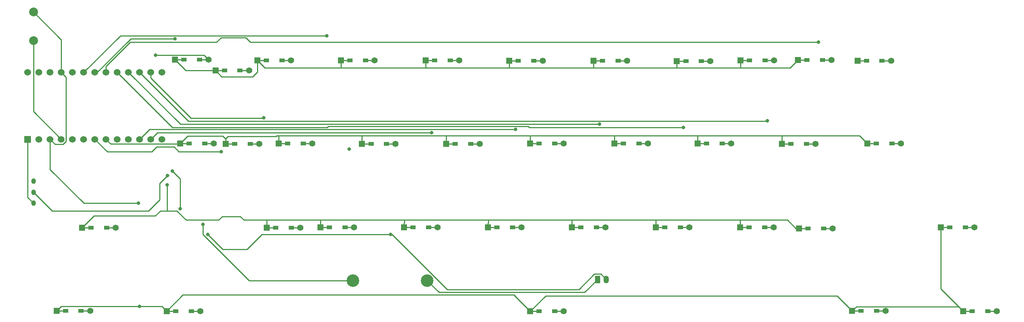
<source format=gbr>
G04 #@! TF.GenerationSoftware,KiCad,Pcbnew,7.0.8*
G04 #@! TF.CreationDate,2024-08-20T17:03:01+09:00*
G04 #@! TF.ProjectId,tacash36,74616361-7368-4333-962e-6b696361645f,rev?*
G04 #@! TF.SameCoordinates,Original*
G04 #@! TF.FileFunction,Copper,L1,Top*
G04 #@! TF.FilePolarity,Positive*
%FSLAX46Y46*%
G04 Gerber Fmt 4.6, Leading zero omitted, Abs format (unit mm)*
G04 Created by KiCad (PCBNEW 7.0.8) date 2024-08-20 17:03:01*
%MOMM*%
%LPD*%
G01*
G04 APERTURE LIST*
G04 Aperture macros list*
%AMRoundRect*
0 Rectangle with rounded corners*
0 $1 Rounding radius*
0 $2 $3 $4 $5 $6 $7 $8 $9 X,Y pos of 4 corners*
0 Add a 4 corners polygon primitive as box body*
4,1,4,$2,$3,$4,$5,$6,$7,$8,$9,$2,$3,0*
0 Add four circle primitives for the rounded corners*
1,1,$1+$1,$2,$3*
1,1,$1+$1,$4,$5*
1,1,$1+$1,$6,$7*
1,1,$1+$1,$8,$9*
0 Add four rect primitives between the rounded corners*
20,1,$1+$1,$2,$3,$4,$5,0*
20,1,$1+$1,$4,$5,$6,$7,0*
20,1,$1+$1,$6,$7,$8,$9,0*
20,1,$1+$1,$8,$9,$2,$3,0*%
G04 Aperture macros list end*
G04 #@! TA.AperFunction,ComponentPad*
%ADD10R,1.397000X1.397000*%
G04 #@! TD*
G04 #@! TA.AperFunction,SMDPad,CuDef*
%ADD11R,1.300000X0.950000*%
G04 #@! TD*
G04 #@! TA.AperFunction,ComponentPad*
%ADD12C,1.397000*%
G04 #@! TD*
G04 #@! TA.AperFunction,ComponentPad*
%ADD13O,1.000000X1.300000*%
G04 #@! TD*
G04 #@! TA.AperFunction,ComponentPad*
%ADD14C,1.524000*%
G04 #@! TD*
G04 #@! TA.AperFunction,ComponentPad*
%ADD15R,1.524000X1.524000*%
G04 #@! TD*
G04 #@! TA.AperFunction,ComponentPad*
%ADD16RoundRect,0.250000X-0.350000X-0.625000X0.350000X-0.625000X0.350000X0.625000X-0.350000X0.625000X0*%
G04 #@! TD*
G04 #@! TA.AperFunction,ComponentPad*
%ADD17O,1.200000X1.750000*%
G04 #@! TD*
G04 #@! TA.AperFunction,ComponentPad*
%ADD18C,2.000000*%
G04 #@! TD*
G04 #@! TA.AperFunction,ComponentPad*
%ADD19C,2.850000*%
G04 #@! TD*
G04 #@! TA.AperFunction,ViaPad*
%ADD20C,0.800000*%
G04 #@! TD*
G04 #@! TA.AperFunction,Conductor*
%ADD21C,0.250000*%
G04 #@! TD*
G04 APERTURE END LIST*
D10*
X36410000Y-46420000D03*
D11*
X38445000Y-46420000D03*
X41995000Y-46420000D03*
D12*
X44030000Y-46420000D03*
D10*
X-5440000Y-46420000D03*
D11*
X-3405000Y-46420000D03*
X145000Y-46420000D03*
D12*
X2180000Y-46420000D03*
D10*
X105690000Y-46310000D03*
D11*
X107725000Y-46310000D03*
X111275000Y-46310000D03*
D12*
X113310000Y-46310000D03*
D10*
X124740000Y-46330000D03*
D11*
X126775000Y-46330000D03*
X130325000Y-46330000D03*
D12*
X132360000Y-46330000D03*
D10*
X157220000Y-46540000D03*
D11*
X159255000Y-46540000D03*
X162805000Y-46540000D03*
D12*
X164840000Y-46540000D03*
D10*
X24800000Y-10660000D03*
D11*
X26835000Y-10660000D03*
X30385000Y-10660000D03*
D12*
X32420000Y-10660000D03*
D10*
X58070000Y-27380000D03*
D11*
X60105000Y-27380000D03*
X63655000Y-27380000D03*
D12*
X65690000Y-27380000D03*
D10*
X169320000Y-65280000D03*
D11*
X171355000Y-65280000D03*
X174905000Y-65280000D03*
D12*
X176940000Y-65280000D03*
D10*
X27110000Y-27310000D03*
D11*
X29145000Y-27310000D03*
X32695000Y-27310000D03*
D12*
X34730000Y-27310000D03*
D10*
X16825000Y-27230000D03*
D11*
X18860000Y-27230000D03*
X22410000Y-27230000D03*
D12*
X24445000Y-27230000D03*
D10*
X170510000Y-8440000D03*
D11*
X172545000Y-8440000D03*
X176095000Y-8440000D03*
D12*
X178130000Y-8440000D03*
D10*
X115320000Y-27230000D03*
D11*
X117355000Y-27230000D03*
X120905000Y-27230000D03*
D12*
X122940000Y-27230000D03*
D10*
X143950000Y-8350000D03*
D11*
X145985000Y-8350000D03*
X149535000Y-8350000D03*
D12*
X151570000Y-8350000D03*
D13*
X-16460000Y-40840000D03*
X-16460000Y-38340000D03*
X-16460000Y-35840000D03*
D10*
X53290000Y-8360000D03*
D11*
X55325000Y-8360000D03*
X58875000Y-8360000D03*
D12*
X60910000Y-8360000D03*
D10*
X15645000Y-8240000D03*
D11*
X17680000Y-8240000D03*
X21230000Y-8240000D03*
D12*
X23265000Y-8240000D03*
D10*
X96230000Y-27250000D03*
D11*
X98265000Y-27250000D03*
X101815000Y-27250000D03*
D12*
X103850000Y-27250000D03*
D14*
X-15260000Y-11067200D03*
X-12720000Y-11067200D03*
X-10180000Y-11067200D03*
X-7640000Y-11067200D03*
X-5100000Y-11067200D03*
X-2560000Y-11067200D03*
X-20000Y-11067200D03*
X2520000Y-11067200D03*
X5060000Y-11067200D03*
X7600000Y-11067200D03*
X10140000Y-11067200D03*
X12680000Y-11067200D03*
X12680000Y-26287200D03*
X10140000Y-26287200D03*
X7600000Y-26287200D03*
X5060000Y-26287200D03*
X2520000Y-26287200D03*
X-20000Y-26287200D03*
X-2560000Y-26287200D03*
X-5100000Y-26287200D03*
X-7640000Y-26287200D03*
X-10180000Y-26287200D03*
X-12720000Y-26287200D03*
X-15260000Y-26287200D03*
D15*
X-17800000Y-26287200D03*
D14*
X-17800000Y-11067200D03*
D10*
X91460000Y-8450000D03*
D11*
X93495000Y-8450000D03*
X97045000Y-8450000D03*
D12*
X99080000Y-8450000D03*
D10*
X96250000Y-65370000D03*
D11*
X98285000Y-65370000D03*
X101835000Y-65370000D03*
D12*
X103870000Y-65370000D03*
D10*
X13710000Y-65320000D03*
D11*
X15745000Y-65320000D03*
X19295000Y-65320000D03*
D12*
X21330000Y-65320000D03*
D10*
X129530000Y-8540000D03*
D11*
X131565000Y-8540000D03*
X135115000Y-8540000D03*
D12*
X137150000Y-8540000D03*
D10*
X34340000Y-8360000D03*
D11*
X36375000Y-8360000D03*
X39925000Y-8360000D03*
D12*
X41960000Y-8360000D03*
D10*
X153380000Y-27350000D03*
D11*
X155415000Y-27350000D03*
X158965000Y-27350000D03*
D12*
X161000000Y-27350000D03*
D10*
X172745000Y-27270000D03*
D11*
X174780000Y-27270000D03*
X178330000Y-27270000D03*
D12*
X180365000Y-27270000D03*
D10*
X110610000Y-8480000D03*
D11*
X112645000Y-8480000D03*
X116195000Y-8480000D03*
D12*
X118230000Y-8480000D03*
D10*
X39140000Y-27230000D03*
D11*
X41175000Y-27230000D03*
X44725000Y-27230000D03*
D12*
X46760000Y-27230000D03*
D10*
X134230000Y-27260000D03*
D11*
X136265000Y-27260000D03*
X139815000Y-27260000D03*
D12*
X141850000Y-27260000D03*
D10*
X143850000Y-46340000D03*
D11*
X145885000Y-46340000D03*
X149435000Y-46340000D03*
D12*
X151470000Y-46340000D03*
D10*
X189430000Y-46320000D03*
D11*
X191465000Y-46320000D03*
X195015000Y-46320000D03*
D12*
X197050000Y-46320000D03*
D10*
X-11270000Y-65290000D03*
D11*
X-9235000Y-65290000D03*
X-5685000Y-65290000D03*
D12*
X-3650000Y-65290000D03*
D10*
X157040000Y-8250000D03*
D11*
X159075000Y-8250000D03*
X162625000Y-8250000D03*
D12*
X164660000Y-8250000D03*
D10*
X194510000Y-65340000D03*
D11*
X196545000Y-65340000D03*
X200095000Y-65340000D03*
D12*
X202130000Y-65340000D03*
D10*
X67630000Y-46310000D03*
D11*
X69665000Y-46310000D03*
X73215000Y-46310000D03*
D12*
X75250000Y-46310000D03*
D10*
X72500000Y-8400000D03*
D11*
X74535000Y-8400000D03*
X78085000Y-8400000D03*
D12*
X80120000Y-8400000D03*
D10*
X48670000Y-46320000D03*
D11*
X50705000Y-46320000D03*
X54255000Y-46320000D03*
D12*
X56290000Y-46320000D03*
D16*
X111520000Y-58130000D03*
D17*
X113520000Y-58130000D03*
D10*
X77140000Y-27380000D03*
D11*
X79175000Y-27380000D03*
X82725000Y-27380000D03*
D12*
X84760000Y-27380000D03*
D18*
X-16500000Y-3890000D03*
X-16500000Y2610000D03*
D10*
X86670000Y-46300000D03*
D11*
X88705000Y-46300000D03*
X92255000Y-46300000D03*
D12*
X94290000Y-46300000D03*
D19*
X55980000Y-58380000D03*
X72880000Y-58380000D03*
D20*
X15620000Y-3480000D03*
X13860000Y-36670000D03*
X16810000Y-42110000D03*
X7570000Y-64271593D03*
X15010000Y-33510000D03*
X26086500Y-29120000D03*
X35777500Y-21420000D03*
X55110000Y-28560000D03*
X50065000Y-2760000D03*
X73877500Y-24775500D03*
X92927500Y-24060000D03*
X111977500Y-22869500D03*
X131027500Y-23630000D03*
X150077500Y-22100000D03*
X161650000Y-4210000D03*
X23050000Y-47920000D03*
X64540000Y-47890000D03*
X7300000Y-40830000D03*
X11240500Y-7200135D03*
X13880000Y-34550000D03*
X22000000Y-45650000D03*
D21*
X23050000Y-47920000D02*
X26450000Y-51320000D01*
X26450000Y-51320000D02*
X31940000Y-51320000D01*
X35340000Y-47920000D02*
X64510000Y-47920000D01*
X31940000Y-51320000D02*
X35340000Y-47920000D01*
X64510000Y-47920000D02*
X64540000Y-47890000D01*
X34340000Y-8360000D02*
X34340000Y-10990000D01*
X129410000Y-10070000D02*
X129530000Y-10070000D01*
X-2560000Y-11067200D02*
X-2560000Y-11632201D01*
X33235000Y-12095000D02*
X26235000Y-12095000D01*
X26235000Y-12095000D02*
X24800000Y-10660000D01*
X110710000Y-10070000D02*
X129410000Y-10070000D01*
X143970000Y-10070000D02*
X129410000Y-10070000D01*
X53290000Y-8360000D02*
X53290000Y-10010000D01*
X129530000Y-8540000D02*
X131565000Y-8540000D01*
X72500000Y-9890000D02*
X72680000Y-10070000D01*
X91460000Y-8450000D02*
X93495000Y-8450000D01*
X129530000Y-8540000D02*
X129530000Y-10070000D01*
X143950000Y-8350000D02*
X143950000Y-10050000D01*
X5592201Y-3480000D02*
X15620000Y-3480000D01*
X34340000Y-10990000D02*
X33235000Y-12095000D01*
X34340000Y-8360000D02*
X36050000Y-10070000D01*
X53290000Y-10010000D02*
X53350000Y-10070000D01*
X18065000Y-10660000D02*
X24800000Y-10660000D01*
X34340000Y-8360000D02*
X36375000Y-8360000D01*
X53350000Y-10070000D02*
X72680000Y-10070000D01*
X143950000Y-10050000D02*
X143970000Y-10070000D01*
X143950000Y-8350000D02*
X145985000Y-8350000D01*
X110610000Y-9970000D02*
X110710000Y-10070000D01*
X110610000Y-8480000D02*
X110610000Y-9970000D01*
X72500000Y-8400000D02*
X74535000Y-8400000D01*
X53290000Y-8360000D02*
X55325000Y-8360000D01*
X91460000Y-10000000D02*
X91530000Y-10070000D01*
X91530000Y-10070000D02*
X110710000Y-10070000D01*
X36050000Y-10070000D02*
X53350000Y-10070000D01*
X110610000Y-8480000D02*
X112645000Y-8480000D01*
X24800000Y-10660000D02*
X26835000Y-10660000D01*
X155220000Y-10070000D02*
X143970000Y-10070000D01*
X157040000Y-8250000D02*
X155220000Y-10070000D01*
X72680000Y-10070000D02*
X91530000Y-10070000D01*
X72500000Y-8400000D02*
X72500000Y-9890000D01*
X157040000Y-8250000D02*
X159075000Y-8250000D01*
X-2560000Y-11632201D02*
X5592201Y-3480000D01*
X15645000Y-8240000D02*
X17680000Y-8240000D01*
X15645000Y-8240000D02*
X18065000Y-10660000D01*
X91460000Y-8450000D02*
X91460000Y-10000000D01*
X134230000Y-27260000D02*
X136265000Y-27260000D01*
X96230000Y-25540000D02*
X96270000Y-25500000D01*
X58070000Y-25530000D02*
X58100000Y-25500000D01*
X77140000Y-25510000D02*
X77130000Y-25500000D01*
X39140000Y-27230000D02*
X39140000Y-25510000D01*
X16680800Y-27374200D02*
X16825000Y-27230000D01*
X170975000Y-25500000D02*
X153380000Y-25500000D01*
X38720000Y-25500000D02*
X38580000Y-25640000D01*
X39280000Y-25500000D02*
X38720000Y-25500000D01*
X115320000Y-27230000D02*
X117355000Y-27230000D01*
X172745000Y-27270000D02*
X170975000Y-25500000D01*
X16825000Y-27230000D02*
X18860000Y-27230000D01*
X172745000Y-27270000D02*
X174780000Y-27270000D01*
X77130000Y-25500000D02*
X58100000Y-25500000D01*
X153380000Y-25500000D02*
X134240000Y-25500000D01*
X153380000Y-27350000D02*
X153380000Y-25500000D01*
X96270000Y-25500000D02*
X77130000Y-25500000D01*
X77140000Y-27380000D02*
X77140000Y-25510000D01*
X115300000Y-25500000D02*
X96270000Y-25500000D01*
X96230000Y-27250000D02*
X98265000Y-27250000D01*
X27110000Y-26221593D02*
X27100000Y-26211593D01*
X58100000Y-25500000D02*
X39280000Y-25500000D01*
X96230000Y-27250000D02*
X96230000Y-25540000D01*
X115320000Y-27230000D02*
X115320000Y-25520000D01*
X58070000Y-27380000D02*
X58070000Y-25530000D01*
X115320000Y-25520000D02*
X115300000Y-25500000D01*
X18475000Y-25580000D02*
X26468407Y-25580000D01*
X39280000Y-25500000D02*
X39130000Y-25500000D01*
X16825000Y-27230000D02*
X18475000Y-25580000D01*
X39140000Y-27230000D02*
X41175000Y-27230000D01*
X134230000Y-25510000D02*
X134240000Y-25500000D01*
X27110000Y-27310000D02*
X29145000Y-27310000D01*
X27100000Y-26211593D02*
X27140000Y-26211593D01*
X134240000Y-25500000D02*
X115300000Y-25500000D01*
X58070000Y-27380000D02*
X60105000Y-27380000D01*
X134230000Y-27260000D02*
X134230000Y-25510000D01*
X26468407Y-25580000D02*
X27100000Y-26211593D01*
X-20000Y-26287200D02*
X1067000Y-27374200D01*
X27670000Y-25640000D02*
X38580000Y-25640000D01*
X27110000Y-27310000D02*
X27110000Y-26221593D01*
X39140000Y-25510000D02*
X39130000Y-25500000D01*
X27140000Y-26211593D02*
X27140000Y-26170000D01*
X27140000Y-26170000D02*
X27670000Y-25640000D01*
X153380000Y-27350000D02*
X155415000Y-27350000D01*
X1067000Y-27374200D02*
X16680800Y-27374200D01*
X77140000Y-27380000D02*
X79175000Y-27380000D01*
X48670000Y-46320000D02*
X50705000Y-46320000D01*
X86670000Y-46300000D02*
X86670000Y-45301593D01*
X48700000Y-44640000D02*
X36440000Y-44640000D01*
X124750000Y-44640000D02*
X124850000Y-44640000D01*
X26330000Y-43810000D02*
X30460000Y-43810000D01*
X124740000Y-46330000D02*
X124740000Y-44650000D01*
X124740000Y-46330000D02*
X126775000Y-46330000D01*
X36410000Y-46420000D02*
X38445000Y-46420000D01*
X86670000Y-45301593D02*
X86710000Y-45261593D01*
X16060000Y-42550000D02*
X18150000Y-44640000D01*
X25500000Y-44640000D02*
X26330000Y-43810000D01*
X105690000Y-45311593D02*
X105660000Y-45281593D01*
X86670000Y-46300000D02*
X88705000Y-46300000D01*
X48670000Y-44670000D02*
X48700000Y-44640000D01*
X157220000Y-46540000D02*
X159255000Y-46540000D01*
X13860000Y-42550000D02*
X16060000Y-42550000D01*
X67680000Y-45251593D02*
X67680000Y-44640000D01*
X86710000Y-45261593D02*
X86710000Y-44640000D01*
X13860000Y-42550000D02*
X12310000Y-42550000D01*
X105690000Y-44640000D02*
X124750000Y-44640000D01*
X145885000Y-46340000D02*
X143850000Y-46340000D01*
X105690000Y-46310000D02*
X105690000Y-45311593D01*
X12310000Y-42550000D02*
X11140000Y-43720000D01*
X105690000Y-46310000D02*
X107725000Y-46310000D01*
X11140000Y-43720000D02*
X-2740000Y-43720000D01*
X105660000Y-45281593D02*
X105690000Y-45251593D01*
X154621500Y-44640000D02*
X143700000Y-44640000D01*
X67680000Y-44640000D02*
X86710000Y-44640000D01*
X48670000Y-46320000D02*
X48670000Y-44670000D01*
X143850000Y-46340000D02*
X143850000Y-44690000D01*
X18150000Y-44640000D02*
X25500000Y-44640000D01*
X30460000Y-43810000D02*
X31290000Y-44640000D01*
X36410000Y-44670000D02*
X36440000Y-44640000D01*
X157220000Y-46540000D02*
X156521500Y-46540000D01*
X86710000Y-44640000D02*
X105690000Y-44640000D01*
X67630000Y-46310000D02*
X69665000Y-46310000D01*
X67630000Y-46310000D02*
X67630000Y-45301593D01*
X67630000Y-45301593D02*
X67680000Y-45251593D01*
X-5440000Y-46420000D02*
X-3405000Y-46420000D01*
X105690000Y-45251593D02*
X105690000Y-44640000D01*
X13860000Y-36670000D02*
X13860000Y-42550000D01*
X-2740000Y-43720000D02*
X-5440000Y-46420000D01*
X36410000Y-46420000D02*
X36410000Y-44670000D01*
X124850000Y-44640000D02*
X143900000Y-44640000D01*
X124740000Y-44650000D02*
X124750000Y-44640000D01*
X156521500Y-46540000D02*
X154621500Y-44640000D01*
X31290000Y-44640000D02*
X36440000Y-44640000D01*
X48700000Y-44640000D02*
X67680000Y-44640000D01*
X7570000Y-64271593D02*
X12661593Y-64271593D01*
X96250000Y-65370000D02*
X98285000Y-65370000D01*
X194510000Y-65340000D02*
X196545000Y-65340000D01*
X169320000Y-65280000D02*
X170298407Y-64301593D01*
X99730000Y-61890000D02*
X165930000Y-61890000D01*
X170298407Y-64301593D02*
X193411593Y-64301593D01*
X170510000Y-8440000D02*
X172545000Y-8440000D01*
X15010000Y-33510000D02*
X16810000Y-35310000D01*
X193441593Y-64271593D02*
X194510000Y-65340000D01*
X189430000Y-60260000D02*
X194510000Y-65340000D01*
X96250000Y-65370000D02*
X92680000Y-61800000D01*
X96250000Y-65370000D02*
X99730000Y-61890000D01*
X16810000Y-35310000D02*
X16810000Y-42110000D01*
X17370000Y-61660000D02*
X92540000Y-61660000D01*
X189430000Y-46320000D02*
X191465000Y-46320000D01*
X-11270000Y-65290000D02*
X-10251593Y-64271593D01*
X-10251593Y-64271593D02*
X7570000Y-64271593D01*
X-11270000Y-65290000D02*
X-9235000Y-65290000D01*
X13710000Y-65320000D02*
X17370000Y-61660000D01*
X193411593Y-64301593D02*
X193441593Y-64271593D01*
X13710000Y-65320000D02*
X15745000Y-65320000D01*
X92540000Y-61660000D02*
X96250000Y-65370000D01*
X165930000Y-61890000D02*
X169320000Y-65280000D01*
X189430000Y-46320000D02*
X189430000Y-60260000D01*
X169320000Y-65280000D02*
X171355000Y-65280000D01*
X12661593Y-64271593D02*
X13710000Y-65320000D01*
X26086500Y-29120000D02*
X16490000Y-29120000D01*
X11470000Y-28050000D02*
X10400000Y-29120000D01*
X15420000Y-28050000D02*
X11470000Y-28050000D01*
X16490000Y-29120000D02*
X15420000Y-28050000D01*
X272800Y-29120000D02*
X-2560000Y-26287200D01*
X10400000Y-29120000D02*
X272800Y-29120000D01*
X10140000Y-12331333D02*
X19283667Y-21475000D01*
X10140000Y-11067200D02*
X10140000Y-12331333D01*
X19283667Y-21475000D02*
X35722500Y-21475000D01*
X35722500Y-21475000D02*
X35777500Y-21420000D01*
X-5100000Y-11067200D02*
X3212200Y-2755000D01*
X3212200Y-2755000D02*
X50060000Y-2755000D01*
X50060000Y-2755000D02*
X50065000Y-2760000D01*
X55110000Y-28560000D02*
X55120000Y-28560000D01*
X11651700Y-24775500D02*
X73877500Y-24775500D01*
X10140000Y-26287200D02*
X11651700Y-24775500D01*
X92918000Y-24050500D02*
X92927500Y-24060000D01*
X7600000Y-26287200D02*
X9836700Y-24050500D01*
X9836700Y-24050500D02*
X92918000Y-24050500D01*
X16862300Y-22869500D02*
X111977500Y-22869500D01*
X5060000Y-11067200D02*
X16862300Y-22869500D01*
X95815000Y-23335000D02*
X96074500Y-23594500D01*
X130992000Y-23594500D02*
X131027500Y-23630000D01*
X50425500Y-23335000D02*
X95815000Y-23335000D01*
X96074500Y-23594500D02*
X130992000Y-23594500D01*
X2520000Y-11067200D02*
X15053300Y-23600500D01*
X15053300Y-23600500D02*
X50160000Y-23600500D01*
X50160000Y-23600500D02*
X50425500Y-23335000D01*
X7600000Y-11067200D02*
X18677800Y-22145000D01*
X18677800Y-22145000D02*
X150032500Y-22145000D01*
X150032500Y-22145000D02*
X150077500Y-22100000D01*
X32690000Y-4247273D02*
X161612727Y-4247273D01*
X-20000Y-11067200D02*
X-20000Y-9728597D01*
X26100000Y-3230000D02*
X31672727Y-3230000D01*
X31672727Y-3230000D02*
X32690000Y-4247273D01*
X26075000Y-3205000D02*
X26100000Y-3230000D01*
X5461324Y-4247273D02*
X25032727Y-4247273D01*
X25032727Y-4247273D02*
X26075000Y-3205000D01*
X-20000Y-9728597D02*
X5461324Y-4247273D01*
X161612727Y-4247273D02*
X161650000Y-4210000D01*
X21330000Y-65320000D02*
X19295000Y-65320000D01*
X112320000Y-56930000D02*
X110800000Y-56930000D01*
X-12720000Y-26287200D02*
X-12720000Y-33160000D01*
X-12720000Y-33160000D02*
X-5050000Y-40830000D01*
X77393153Y-60420000D02*
X64863153Y-47890000D01*
X-9762326Y-27400000D02*
X-11607200Y-27400000D01*
X113520000Y-58130000D02*
X112320000Y-56930000D01*
X-11607200Y-27400000D02*
X-12720000Y-26287200D01*
X110800000Y-56930000D02*
X107310000Y-60420000D01*
X-10180000Y-3710000D02*
X-10180000Y-11067200D01*
X-10180000Y-11067200D02*
X-9093000Y-12154200D01*
X-16500000Y2610000D02*
X-10180000Y-3710000D01*
X-5050000Y-40830000D02*
X7300000Y-40830000D01*
X64863153Y-47890000D02*
X64540000Y-47890000D01*
X-9093000Y-26730674D02*
X-9762326Y-27400000D01*
X107310000Y-60420000D02*
X77393153Y-60420000D01*
X-9093000Y-12154200D02*
X-9093000Y-26730674D01*
X22225135Y-7200135D02*
X23265000Y-8240000D01*
X23265000Y-8240000D02*
X21230000Y-8240000D01*
X11240500Y-7200135D02*
X22225135Y-7200135D01*
X32420000Y-10660000D02*
X30385000Y-10660000D01*
X41960000Y-8360000D02*
X39925000Y-8360000D01*
X60910000Y-8360000D02*
X58875000Y-8360000D01*
X80120000Y-8400000D02*
X78085000Y-8400000D01*
X99080000Y-8450000D02*
X97045000Y-8450000D01*
X118230000Y-8480000D02*
X116195000Y-8480000D01*
X137150000Y-8540000D02*
X135115000Y-8540000D01*
X151570000Y-8350000D02*
X149535000Y-8350000D01*
X164660000Y-8250000D02*
X162625000Y-8250000D01*
X24445000Y-27230000D02*
X22410000Y-27230000D01*
X34730000Y-27310000D02*
X32695000Y-27310000D01*
X46760000Y-27230000D02*
X44725000Y-27230000D01*
X65690000Y-27380000D02*
X63655000Y-27380000D01*
X84760000Y-27380000D02*
X82725000Y-27380000D01*
X103850000Y-27250000D02*
X101815000Y-27250000D01*
X122940000Y-27230000D02*
X120905000Y-27230000D01*
X141850000Y-27260000D02*
X139815000Y-27260000D01*
X161000000Y-27350000D02*
X158965000Y-27350000D01*
X180365000Y-27270000D02*
X178330000Y-27270000D01*
X2180000Y-46420000D02*
X145000Y-46420000D01*
X44030000Y-46420000D02*
X41995000Y-46420000D01*
X56290000Y-46320000D02*
X54255000Y-46320000D01*
X75250000Y-46310000D02*
X73215000Y-46310000D01*
X94290000Y-46300000D02*
X92255000Y-46300000D01*
X113310000Y-46310000D02*
X111275000Y-46310000D01*
X132360000Y-46330000D02*
X130325000Y-46330000D01*
X151470000Y-46340000D02*
X149435000Y-46340000D01*
X164840000Y-46540000D02*
X162805000Y-46540000D01*
X-3650000Y-65290000D02*
X-5685000Y-65290000D01*
X103870000Y-65370000D02*
X101835000Y-65370000D01*
X176940000Y-65280000D02*
X174905000Y-65280000D01*
X197050000Y-46320000D02*
X195015000Y-46320000D01*
X178130000Y-8440000D02*
X176095000Y-8440000D01*
X202130000Y-65340000D02*
X200095000Y-65340000D01*
X72880000Y-58380000D02*
X75550000Y-61050000D01*
X-12210000Y-42590000D02*
X-16460000Y-38340000D01*
X75550000Y-61050000D02*
X108600000Y-61050000D01*
X9630000Y-42590000D02*
X-12210000Y-42590000D01*
X55980000Y-58380000D02*
X32484695Y-58380000D01*
X108600000Y-61050000D02*
X111520000Y-58130000D01*
X12140000Y-36290000D02*
X12140000Y-40080000D01*
X13880000Y-34550000D02*
X12140000Y-36290000D01*
X22000000Y-47895305D02*
X22000000Y-45650000D01*
X12140000Y-40080000D02*
X9630000Y-42590000D01*
X32484695Y-58380000D02*
X22000000Y-47895305D01*
X-17800000Y-26287200D02*
X-17800000Y-39500000D01*
X-17800000Y-39500000D02*
X-16460000Y-40840000D01*
X-16500000Y-19967200D02*
X-10180000Y-26287200D01*
X-16500000Y-3890000D02*
X-16500000Y-19967200D01*
M02*

</source>
